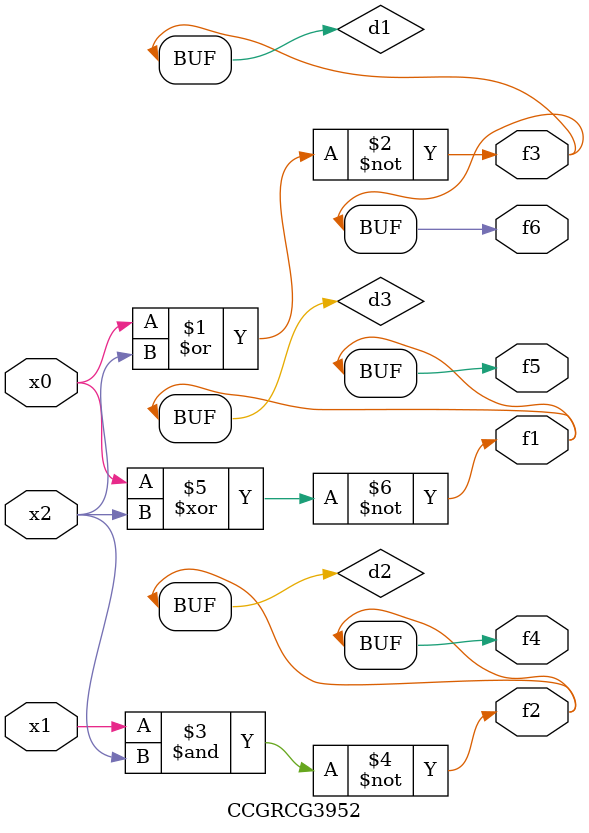
<source format=v>
module CCGRCG3952(
	input x0, x1, x2,
	output f1, f2, f3, f4, f5, f6
);

	wire d1, d2, d3;

	nor (d1, x0, x2);
	nand (d2, x1, x2);
	xnor (d3, x0, x2);
	assign f1 = d3;
	assign f2 = d2;
	assign f3 = d1;
	assign f4 = d2;
	assign f5 = d3;
	assign f6 = d1;
endmodule

</source>
